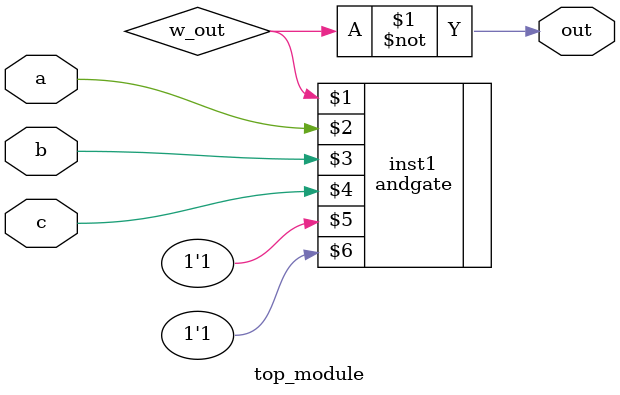
<source format=v>
module top_module (input a, input b, input c, output out);//
    wire w_out;
    andgate inst1 (w_out, a, b, c, 1'b1, 1'b1 );

    assign out = ~ w_out;
endmodule
</source>
